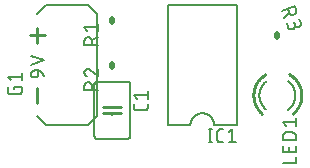
<source format=gbr>
G04 EAGLE Gerber RS-274X export*
G75*
%MOMM*%
%FSLAX34Y34*%
%LPD*%
%INSilkscreen Top*%
%IPPOS*%
%AMOC8*
5,1,8,0,0,1.08239X$1,22.5*%
G01*
%ADD10C,0.152400*%
%ADD11C,0.254000*%
%ADD12C,0.127000*%
%ADD13C,0.203200*%
%ADD14C,0.508000*%


D10*
X154940Y148590D02*
X154940Y105410D01*
X124460Y105410D02*
X124460Y148590D01*
X127000Y102870D02*
X152400Y102870D01*
X152400Y151130D02*
X127000Y151130D01*
X154940Y105410D02*
X154938Y105310D01*
X154932Y105211D01*
X154922Y105111D01*
X154909Y105013D01*
X154891Y104914D01*
X154870Y104817D01*
X154845Y104721D01*
X154816Y104625D01*
X154783Y104531D01*
X154747Y104438D01*
X154707Y104347D01*
X154663Y104257D01*
X154616Y104169D01*
X154566Y104083D01*
X154512Y103999D01*
X154455Y103917D01*
X154395Y103838D01*
X154331Y103760D01*
X154265Y103686D01*
X154196Y103614D01*
X154124Y103545D01*
X154050Y103479D01*
X153972Y103415D01*
X153893Y103355D01*
X153811Y103298D01*
X153727Y103244D01*
X153641Y103194D01*
X153553Y103147D01*
X153463Y103103D01*
X153372Y103063D01*
X153279Y103027D01*
X153185Y102994D01*
X153089Y102965D01*
X152993Y102940D01*
X152896Y102919D01*
X152797Y102901D01*
X152699Y102888D01*
X152599Y102878D01*
X152500Y102872D01*
X152400Y102870D01*
X154940Y148590D02*
X154938Y148690D01*
X154932Y148789D01*
X154922Y148889D01*
X154909Y148987D01*
X154891Y149086D01*
X154870Y149183D01*
X154845Y149279D01*
X154816Y149375D01*
X154783Y149469D01*
X154747Y149562D01*
X154707Y149653D01*
X154663Y149743D01*
X154616Y149831D01*
X154566Y149917D01*
X154512Y150001D01*
X154455Y150083D01*
X154395Y150162D01*
X154331Y150240D01*
X154265Y150314D01*
X154196Y150386D01*
X154124Y150455D01*
X154050Y150521D01*
X153972Y150585D01*
X153893Y150645D01*
X153811Y150702D01*
X153727Y150756D01*
X153641Y150806D01*
X153553Y150853D01*
X153463Y150897D01*
X153372Y150937D01*
X153279Y150973D01*
X153185Y151006D01*
X153089Y151035D01*
X152993Y151060D01*
X152896Y151081D01*
X152797Y151099D01*
X152699Y151112D01*
X152599Y151122D01*
X152500Y151128D01*
X152400Y151130D01*
X124460Y105410D02*
X124462Y105310D01*
X124468Y105211D01*
X124478Y105111D01*
X124491Y105013D01*
X124509Y104914D01*
X124530Y104817D01*
X124555Y104721D01*
X124584Y104625D01*
X124617Y104531D01*
X124653Y104438D01*
X124693Y104347D01*
X124737Y104257D01*
X124784Y104169D01*
X124834Y104083D01*
X124888Y103999D01*
X124945Y103917D01*
X125005Y103838D01*
X125069Y103760D01*
X125135Y103686D01*
X125204Y103614D01*
X125276Y103545D01*
X125350Y103479D01*
X125428Y103415D01*
X125507Y103355D01*
X125589Y103298D01*
X125673Y103244D01*
X125759Y103194D01*
X125847Y103147D01*
X125937Y103103D01*
X126028Y103063D01*
X126121Y103027D01*
X126215Y102994D01*
X126311Y102965D01*
X126407Y102940D01*
X126504Y102919D01*
X126603Y102901D01*
X126701Y102888D01*
X126801Y102878D01*
X126900Y102872D01*
X127000Y102870D01*
X124460Y148590D02*
X124462Y148690D01*
X124468Y148789D01*
X124478Y148889D01*
X124491Y148987D01*
X124509Y149086D01*
X124530Y149183D01*
X124555Y149279D01*
X124584Y149375D01*
X124617Y149469D01*
X124653Y149562D01*
X124693Y149653D01*
X124737Y149743D01*
X124784Y149831D01*
X124834Y149917D01*
X124888Y150001D01*
X124945Y150083D01*
X125005Y150162D01*
X125069Y150240D01*
X125135Y150314D01*
X125204Y150386D01*
X125276Y150455D01*
X125350Y150521D01*
X125428Y150585D01*
X125507Y150645D01*
X125589Y150702D01*
X125673Y150756D01*
X125759Y150806D01*
X125847Y150853D01*
X125937Y150897D01*
X126028Y150937D01*
X126121Y150973D01*
X126215Y151006D01*
X126311Y151035D01*
X126407Y151060D01*
X126504Y151081D01*
X126603Y151099D01*
X126701Y151112D01*
X126801Y151122D01*
X126900Y151128D01*
X127000Y151130D01*
X139700Y124460D02*
X139700Y123190D01*
D11*
X139700Y124460D02*
X147320Y124460D01*
X139700Y124460D02*
X132080Y124460D01*
X139700Y129540D02*
X147320Y129540D01*
X139700Y129540D02*
X132080Y129540D01*
D10*
X139700Y129540D02*
X139700Y130810D01*
D12*
X169545Y132043D02*
X169545Y129503D01*
X169543Y129403D01*
X169537Y129304D01*
X169527Y129204D01*
X169514Y129106D01*
X169496Y129007D01*
X169475Y128910D01*
X169450Y128814D01*
X169421Y128718D01*
X169388Y128624D01*
X169352Y128531D01*
X169312Y128440D01*
X169268Y128350D01*
X169221Y128262D01*
X169171Y128176D01*
X169117Y128092D01*
X169060Y128010D01*
X169000Y127931D01*
X168936Y127853D01*
X168870Y127779D01*
X168801Y127707D01*
X168729Y127638D01*
X168655Y127572D01*
X168577Y127508D01*
X168498Y127448D01*
X168416Y127391D01*
X168332Y127337D01*
X168246Y127287D01*
X168158Y127240D01*
X168068Y127196D01*
X167977Y127156D01*
X167884Y127120D01*
X167790Y127087D01*
X167694Y127058D01*
X167598Y127033D01*
X167501Y127012D01*
X167402Y126994D01*
X167304Y126981D01*
X167204Y126971D01*
X167105Y126965D01*
X167005Y126963D01*
X160655Y126963D01*
X160555Y126965D01*
X160456Y126971D01*
X160356Y126981D01*
X160258Y126994D01*
X160159Y127012D01*
X160062Y127033D01*
X159966Y127058D01*
X159870Y127087D01*
X159776Y127120D01*
X159683Y127156D01*
X159592Y127196D01*
X159502Y127240D01*
X159414Y127287D01*
X159328Y127337D01*
X159244Y127391D01*
X159162Y127448D01*
X159083Y127508D01*
X159005Y127572D01*
X158931Y127638D01*
X158859Y127707D01*
X158790Y127779D01*
X158724Y127853D01*
X158660Y127931D01*
X158600Y128010D01*
X158543Y128092D01*
X158489Y128176D01*
X158439Y128262D01*
X158392Y128350D01*
X158348Y128440D01*
X158308Y128531D01*
X158272Y128624D01*
X158239Y128718D01*
X158210Y128814D01*
X158185Y128910D01*
X158164Y129007D01*
X158146Y129106D01*
X158133Y129204D01*
X158123Y129304D01*
X158117Y129403D01*
X158115Y129503D01*
X158115Y132043D01*
X160655Y136525D02*
X158115Y139700D01*
X169545Y139700D01*
X169545Y136525D02*
X169545Y142875D01*
D11*
X76200Y146050D02*
X76200Y133350D01*
X76200Y184150D02*
X76200Y196850D01*
X82550Y190500D02*
X69850Y190500D01*
D10*
X76200Y208280D02*
X83820Y215900D01*
X119380Y215900D01*
X127000Y208280D01*
X127000Y121920D01*
X119380Y114300D01*
X83820Y114300D01*
X76200Y121920D01*
D13*
X76793Y157057D02*
X76793Y160613D01*
X76793Y157057D02*
X76791Y156962D01*
X76785Y156866D01*
X76776Y156771D01*
X76762Y156677D01*
X76745Y156583D01*
X76724Y156490D01*
X76699Y156397D01*
X76671Y156306D01*
X76639Y156216D01*
X76603Y156128D01*
X76564Y156041D01*
X76521Y155955D01*
X76475Y155871D01*
X76426Y155790D01*
X76373Y155710D01*
X76317Y155633D01*
X76259Y155557D01*
X76197Y155485D01*
X76132Y155415D01*
X76064Y155347D01*
X75994Y155282D01*
X75922Y155220D01*
X75846Y155162D01*
X75769Y155106D01*
X75689Y155053D01*
X75607Y155004D01*
X75524Y154958D01*
X75438Y154915D01*
X75351Y154876D01*
X75263Y154840D01*
X75173Y154808D01*
X75082Y154780D01*
X74989Y154755D01*
X74896Y154734D01*
X74802Y154717D01*
X74708Y154703D01*
X74613Y154694D01*
X74517Y154688D01*
X74422Y154686D01*
X73829Y154686D01*
X73722Y154688D01*
X73615Y154694D01*
X73509Y154703D01*
X73403Y154717D01*
X73297Y154734D01*
X73192Y154755D01*
X73088Y154780D01*
X72985Y154809D01*
X72883Y154841D01*
X72782Y154877D01*
X72683Y154917D01*
X72585Y154960D01*
X72489Y155007D01*
X72394Y155057D01*
X72301Y155110D01*
X72211Y155167D01*
X72122Y155227D01*
X72036Y155290D01*
X71952Y155356D01*
X71870Y155426D01*
X71791Y155498D01*
X71715Y155573D01*
X71641Y155651D01*
X71571Y155731D01*
X71503Y155814D01*
X71438Y155899D01*
X71377Y155986D01*
X71318Y156076D01*
X71263Y156168D01*
X71211Y156261D01*
X71163Y156357D01*
X71118Y156454D01*
X71076Y156552D01*
X71039Y156652D01*
X71004Y156754D01*
X70974Y156856D01*
X70947Y156960D01*
X70924Y157064D01*
X70905Y157170D01*
X70890Y157276D01*
X70878Y157382D01*
X70870Y157489D01*
X70866Y157596D01*
X70866Y157702D01*
X70870Y157809D01*
X70878Y157916D01*
X70890Y158022D01*
X70905Y158128D01*
X70924Y158234D01*
X70947Y158338D01*
X70974Y158442D01*
X71004Y158544D01*
X71039Y158646D01*
X71076Y158746D01*
X71118Y158844D01*
X71163Y158941D01*
X71211Y159037D01*
X71263Y159131D01*
X71318Y159222D01*
X71377Y159312D01*
X71438Y159399D01*
X71503Y159484D01*
X71571Y159567D01*
X71641Y159647D01*
X71715Y159725D01*
X71791Y159800D01*
X71870Y159872D01*
X71952Y159942D01*
X72036Y160008D01*
X72122Y160071D01*
X72211Y160131D01*
X72301Y160188D01*
X72394Y160241D01*
X72489Y160291D01*
X72585Y160338D01*
X72683Y160381D01*
X72782Y160421D01*
X72883Y160457D01*
X72985Y160489D01*
X73088Y160518D01*
X73192Y160543D01*
X73297Y160564D01*
X73403Y160581D01*
X73509Y160595D01*
X73615Y160604D01*
X73722Y160610D01*
X73829Y160612D01*
X73829Y160613D02*
X76793Y160613D01*
X76793Y160612D02*
X76928Y160610D01*
X77064Y160604D01*
X77199Y160595D01*
X77333Y160581D01*
X77468Y160564D01*
X77601Y160543D01*
X77735Y160518D01*
X77867Y160489D01*
X77998Y160456D01*
X78129Y160420D01*
X78258Y160380D01*
X78386Y160336D01*
X78513Y160289D01*
X78639Y160238D01*
X78762Y160184D01*
X78885Y160126D01*
X79005Y160064D01*
X79124Y159999D01*
X79241Y159931D01*
X79356Y159859D01*
X79469Y159785D01*
X79580Y159707D01*
X79688Y159625D01*
X79794Y159541D01*
X79898Y159454D01*
X79999Y159364D01*
X80097Y159271D01*
X80193Y159175D01*
X80286Y159077D01*
X80376Y158976D01*
X80463Y158872D01*
X80547Y158766D01*
X80629Y158658D01*
X80707Y158547D01*
X80781Y158434D01*
X80853Y158319D01*
X80921Y158202D01*
X80986Y158083D01*
X81048Y157963D01*
X81106Y157840D01*
X81160Y157717D01*
X81211Y157591D01*
X81258Y157464D01*
X81302Y157336D01*
X81342Y157207D01*
X81378Y157076D01*
X81411Y156945D01*
X81440Y156813D01*
X81465Y156679D01*
X81486Y156546D01*
X81503Y156411D01*
X81517Y156277D01*
X81526Y156142D01*
X81532Y156006D01*
X81534Y155871D01*
X81534Y169079D02*
X70866Y165523D01*
X70866Y172635D02*
X81534Y169079D01*
D12*
X56515Y146685D02*
X56515Y144780D01*
X56515Y146685D02*
X62865Y146685D01*
X62865Y142875D01*
X62863Y142775D01*
X62857Y142676D01*
X62847Y142576D01*
X62834Y142478D01*
X62816Y142379D01*
X62795Y142282D01*
X62770Y142186D01*
X62741Y142090D01*
X62708Y141996D01*
X62672Y141903D01*
X62632Y141812D01*
X62588Y141722D01*
X62541Y141634D01*
X62491Y141548D01*
X62437Y141464D01*
X62380Y141382D01*
X62320Y141303D01*
X62256Y141225D01*
X62190Y141151D01*
X62121Y141079D01*
X62049Y141010D01*
X61975Y140944D01*
X61897Y140880D01*
X61818Y140820D01*
X61736Y140763D01*
X61652Y140709D01*
X61566Y140659D01*
X61478Y140612D01*
X61388Y140568D01*
X61297Y140528D01*
X61204Y140492D01*
X61110Y140459D01*
X61014Y140430D01*
X60918Y140405D01*
X60821Y140384D01*
X60722Y140366D01*
X60624Y140353D01*
X60524Y140343D01*
X60425Y140337D01*
X60325Y140335D01*
X53975Y140335D01*
X53875Y140337D01*
X53776Y140343D01*
X53676Y140353D01*
X53578Y140366D01*
X53479Y140384D01*
X53382Y140405D01*
X53286Y140430D01*
X53190Y140459D01*
X53096Y140492D01*
X53003Y140528D01*
X52912Y140568D01*
X52822Y140612D01*
X52734Y140659D01*
X52648Y140709D01*
X52564Y140763D01*
X52482Y140820D01*
X52403Y140880D01*
X52325Y140944D01*
X52251Y141010D01*
X52179Y141079D01*
X52110Y141151D01*
X52044Y141225D01*
X51980Y141303D01*
X51920Y141382D01*
X51863Y141464D01*
X51809Y141548D01*
X51759Y141634D01*
X51712Y141722D01*
X51668Y141812D01*
X51628Y141903D01*
X51592Y141996D01*
X51559Y142090D01*
X51530Y142186D01*
X51505Y142282D01*
X51484Y142379D01*
X51466Y142478D01*
X51453Y142576D01*
X51443Y142676D01*
X51437Y142775D01*
X51435Y142875D01*
X51435Y146685D01*
X53975Y152146D02*
X51435Y155321D01*
X62865Y155321D01*
X62865Y152146D02*
X62865Y158496D01*
D10*
X186690Y114300D02*
X186690Y215900D01*
X245110Y215900D02*
X245110Y114300D01*
X245110Y215900D02*
X186690Y215900D01*
X186690Y114300D02*
X205740Y114300D01*
X226060Y114300D02*
X245110Y114300D01*
X226060Y114300D02*
X226057Y114547D01*
X226048Y114795D01*
X226033Y115042D01*
X226012Y115288D01*
X225985Y115534D01*
X225952Y115779D01*
X225913Y116024D01*
X225868Y116267D01*
X225817Y116509D01*
X225760Y116750D01*
X225698Y116989D01*
X225629Y117227D01*
X225555Y117463D01*
X225475Y117697D01*
X225390Y117929D01*
X225298Y118159D01*
X225202Y118387D01*
X225099Y118612D01*
X224992Y118835D01*
X224878Y119055D01*
X224760Y119272D01*
X224636Y119487D01*
X224507Y119698D01*
X224373Y119906D01*
X224234Y120111D01*
X224090Y120312D01*
X223942Y120510D01*
X223788Y120704D01*
X223630Y120894D01*
X223467Y121080D01*
X223300Y121262D01*
X223128Y121440D01*
X222952Y121614D01*
X222772Y121784D01*
X222587Y121949D01*
X222399Y122109D01*
X222207Y122265D01*
X222011Y122417D01*
X221812Y122563D01*
X221609Y122705D01*
X221402Y122841D01*
X221193Y122973D01*
X220980Y123099D01*
X220764Y123220D01*
X220546Y123336D01*
X220324Y123446D01*
X220100Y123551D01*
X219874Y123651D01*
X219645Y123745D01*
X219414Y123833D01*
X219180Y123916D01*
X218945Y123993D01*
X218708Y124064D01*
X218470Y124130D01*
X218230Y124189D01*
X217988Y124243D01*
X217745Y124291D01*
X217502Y124333D01*
X217257Y124369D01*
X217011Y124399D01*
X216765Y124423D01*
X216518Y124441D01*
X216271Y124453D01*
X216024Y124459D01*
X215776Y124459D01*
X215529Y124453D01*
X215282Y124441D01*
X215035Y124423D01*
X214789Y124399D01*
X214543Y124369D01*
X214298Y124333D01*
X214055Y124291D01*
X213812Y124243D01*
X213570Y124189D01*
X213330Y124130D01*
X213092Y124064D01*
X212855Y123993D01*
X212620Y123916D01*
X212386Y123833D01*
X212155Y123745D01*
X211926Y123651D01*
X211700Y123551D01*
X211476Y123446D01*
X211254Y123336D01*
X211036Y123220D01*
X210820Y123099D01*
X210607Y122973D01*
X210398Y122841D01*
X210191Y122705D01*
X209988Y122563D01*
X209789Y122417D01*
X209593Y122265D01*
X209401Y122109D01*
X209213Y121949D01*
X209028Y121784D01*
X208848Y121614D01*
X208672Y121440D01*
X208500Y121262D01*
X208333Y121080D01*
X208170Y120894D01*
X208012Y120704D01*
X207858Y120510D01*
X207710Y120312D01*
X207566Y120111D01*
X207427Y119906D01*
X207293Y119698D01*
X207164Y119487D01*
X207040Y119272D01*
X206922Y119055D01*
X206808Y118835D01*
X206701Y118612D01*
X206598Y118387D01*
X206502Y118159D01*
X206410Y117929D01*
X206325Y117697D01*
X206245Y117463D01*
X206171Y117227D01*
X206102Y116989D01*
X206040Y116750D01*
X205983Y116509D01*
X205932Y116267D01*
X205887Y116024D01*
X205848Y115779D01*
X205815Y115534D01*
X205788Y115288D01*
X205767Y115042D01*
X205752Y114795D01*
X205743Y114547D01*
X205740Y114300D01*
D12*
X222631Y111125D02*
X222631Y99695D01*
X221361Y99695D02*
X223901Y99695D01*
X223901Y111125D02*
X221361Y111125D01*
X231103Y99695D02*
X233643Y99695D01*
X231103Y99695D02*
X231003Y99697D01*
X230904Y99703D01*
X230804Y99713D01*
X230706Y99726D01*
X230607Y99744D01*
X230510Y99765D01*
X230414Y99790D01*
X230318Y99819D01*
X230224Y99852D01*
X230131Y99888D01*
X230040Y99928D01*
X229950Y99972D01*
X229862Y100019D01*
X229776Y100069D01*
X229692Y100123D01*
X229610Y100180D01*
X229531Y100240D01*
X229453Y100304D01*
X229379Y100370D01*
X229307Y100439D01*
X229238Y100511D01*
X229172Y100585D01*
X229108Y100663D01*
X229048Y100742D01*
X228991Y100824D01*
X228937Y100908D01*
X228887Y100994D01*
X228840Y101082D01*
X228796Y101172D01*
X228756Y101263D01*
X228720Y101356D01*
X228687Y101450D01*
X228658Y101546D01*
X228633Y101642D01*
X228612Y101739D01*
X228594Y101838D01*
X228581Y101936D01*
X228571Y102036D01*
X228565Y102135D01*
X228563Y102235D01*
X228563Y108585D01*
X228565Y108685D01*
X228571Y108784D01*
X228581Y108884D01*
X228594Y108982D01*
X228612Y109081D01*
X228633Y109178D01*
X228658Y109274D01*
X228687Y109370D01*
X228720Y109464D01*
X228756Y109557D01*
X228796Y109648D01*
X228840Y109738D01*
X228887Y109826D01*
X228937Y109912D01*
X228991Y109996D01*
X229048Y110078D01*
X229108Y110157D01*
X229172Y110235D01*
X229238Y110309D01*
X229307Y110381D01*
X229379Y110450D01*
X229453Y110516D01*
X229531Y110580D01*
X229610Y110640D01*
X229692Y110697D01*
X229776Y110751D01*
X229862Y110801D01*
X229950Y110848D01*
X230040Y110892D01*
X230131Y110932D01*
X230224Y110968D01*
X230318Y111001D01*
X230414Y111030D01*
X230510Y111055D01*
X230607Y111076D01*
X230706Y111094D01*
X230804Y111107D01*
X230904Y111117D01*
X231003Y111123D01*
X231103Y111125D01*
X233643Y111125D01*
X238125Y108585D02*
X241300Y111125D01*
X241300Y99695D01*
X238125Y99695D02*
X244475Y99695D01*
D10*
X288258Y127299D02*
X288558Y127518D01*
X288852Y127745D01*
X289140Y127979D01*
X289423Y128220D01*
X289700Y128467D01*
X289971Y128722D01*
X290235Y128983D01*
X290493Y129250D01*
X290744Y129523D01*
X290989Y129803D01*
X291227Y130088D01*
X291457Y130379D01*
X291681Y130676D01*
X291897Y130978D01*
X292106Y131285D01*
X292307Y131597D01*
X292501Y131914D01*
X292687Y132236D01*
X292865Y132562D01*
X293035Y132892D01*
X293197Y133226D01*
X293350Y133564D01*
X293496Y133906D01*
X293633Y134251D01*
X293761Y134600D01*
X293881Y134951D01*
X293993Y135306D01*
X294095Y135663D01*
X294190Y136022D01*
X294275Y136383D01*
X294351Y136747D01*
X294419Y137112D01*
X294477Y137479D01*
X294527Y137847D01*
X294568Y138216D01*
X294599Y138586D01*
X294622Y138957D01*
X294635Y139328D01*
X294640Y139700D01*
X294635Y140072D01*
X294622Y140443D01*
X294599Y140815D01*
X294567Y141185D01*
X294527Y141555D01*
X294477Y141923D01*
X294418Y142291D01*
X294351Y142656D01*
X294274Y143020D01*
X294188Y143382D01*
X294094Y143742D01*
X293991Y144099D01*
X293880Y144454D01*
X293759Y144806D01*
X293630Y145155D01*
X293493Y145500D01*
X293347Y145842D01*
X293193Y146181D01*
X293031Y146516D01*
X292861Y146846D01*
X292682Y147172D01*
X292496Y147494D01*
X292302Y147812D01*
X292100Y148124D01*
X291891Y148431D01*
X291674Y148733D01*
X291450Y149030D01*
X291219Y149322D01*
X290981Y149607D01*
X290735Y149887D01*
X290483Y150160D01*
X290225Y150428D01*
X289960Y150688D01*
X289689Y150943D01*
X289411Y151191D01*
X289128Y151431D01*
X288839Y151665D01*
X288544Y151892D01*
X264160Y139700D02*
X264164Y139335D01*
X264177Y138970D01*
X264199Y138606D01*
X264230Y138243D01*
X264269Y137880D01*
X264317Y137518D01*
X264374Y137158D01*
X264439Y136799D01*
X264512Y136441D01*
X264595Y136086D01*
X264685Y135733D01*
X264785Y135381D01*
X264892Y135033D01*
X265008Y134687D01*
X265132Y134344D01*
X265265Y134004D01*
X265405Y133667D01*
X265553Y133334D01*
X265710Y133004D01*
X265874Y132678D01*
X266046Y132356D01*
X266226Y132039D01*
X266413Y131726D01*
X266607Y131417D01*
X266809Y131113D01*
X267019Y130814D01*
X267235Y130520D01*
X267458Y130232D01*
X267688Y129949D01*
X267925Y129671D01*
X268168Y129399D01*
X268418Y129133D01*
X268674Y128873D01*
X268937Y128620D01*
X269205Y128372D01*
X269479Y128132D01*
X269759Y127897D01*
X270044Y127670D01*
X264160Y139700D02*
X264164Y140065D01*
X264177Y140430D01*
X264199Y140794D01*
X264230Y141157D01*
X264269Y141520D01*
X264317Y141882D01*
X264374Y142242D01*
X264439Y142601D01*
X264512Y142959D01*
X264595Y143314D01*
X264685Y143667D01*
X264785Y144019D01*
X264892Y144367D01*
X265008Y144713D01*
X265132Y145056D01*
X265265Y145396D01*
X265405Y145733D01*
X265553Y146066D01*
X265710Y146396D01*
X265874Y146722D01*
X266046Y147044D01*
X266226Y147361D01*
X266413Y147674D01*
X266607Y147983D01*
X266809Y148287D01*
X267019Y148586D01*
X267235Y148880D01*
X267458Y149168D01*
X267688Y149451D01*
X267925Y149729D01*
X268168Y150001D01*
X268418Y150267D01*
X268674Y150527D01*
X268937Y150780D01*
X269205Y151028D01*
X269479Y151268D01*
X269759Y151503D01*
X270044Y151730D01*
D11*
X299720Y139700D02*
X299714Y139206D01*
X299696Y138712D01*
X299666Y138218D01*
X299624Y137725D01*
X299570Y137234D01*
X299504Y136744D01*
X299426Y136256D01*
X299336Y135769D01*
X299235Y135285D01*
X299121Y134804D01*
X298996Y134326D01*
X298860Y133850D01*
X298712Y133379D01*
X298552Y132911D01*
X298381Y132447D01*
X298199Y131987D01*
X298006Y131532D01*
X297802Y131081D01*
X297587Y130636D01*
X297361Y130196D01*
X297124Y129762D01*
X296877Y129334D01*
X296620Y128912D01*
X296352Y128496D01*
X296074Y128087D01*
X295787Y127685D01*
X295490Y127289D01*
X295183Y126902D01*
X294867Y126521D01*
X294542Y126149D01*
X294207Y125784D01*
X293864Y125428D01*
X293513Y125081D01*
X293153Y124741D01*
X292785Y124411D01*
X292409Y124090D01*
X299720Y139700D02*
X299714Y140188D01*
X299697Y140675D01*
X299667Y141162D01*
X299626Y141649D01*
X299574Y142134D01*
X299509Y142618D01*
X299433Y143100D01*
X299346Y143580D01*
X299247Y144058D01*
X299137Y144533D01*
X299015Y145006D01*
X298882Y145475D01*
X298737Y145942D01*
X298582Y146404D01*
X298415Y146863D01*
X298238Y147318D01*
X298049Y147768D01*
X297850Y148213D01*
X297640Y148654D01*
X297420Y149090D01*
X297189Y149520D01*
X296948Y149944D01*
X296697Y150362D01*
X296436Y150775D01*
X296165Y151181D01*
X295885Y151580D01*
X295595Y151973D01*
X295295Y152358D01*
X294986Y152736D01*
X294669Y153107D01*
X294342Y153469D01*
X294007Y153824D01*
X293664Y154171D01*
X293312Y154509D01*
X292953Y154839D01*
X292585Y155160D01*
X292210Y155473D01*
X291827Y155776D01*
X291438Y156070D01*
X291041Y156354D01*
X290638Y156629D01*
X290228Y156894D01*
X289812Y157149D01*
X289390Y157394D01*
X288962Y157629D01*
X259080Y139700D02*
X259086Y139210D01*
X259104Y138720D01*
X259133Y138231D01*
X259175Y137742D01*
X259228Y137255D01*
X259292Y136769D01*
X259369Y136285D01*
X259457Y135803D01*
X259557Y135323D01*
X259668Y134845D01*
X259791Y134371D01*
X259926Y133899D01*
X260071Y133431D01*
X260228Y132967D01*
X260396Y132506D01*
X260575Y132050D01*
X260765Y131598D01*
X260966Y131151D01*
X261178Y130709D01*
X261400Y130272D01*
X261632Y129840D01*
X261875Y129414D01*
X262129Y128995D01*
X262392Y128581D01*
X262665Y128174D01*
X262948Y127774D01*
X263241Y127380D01*
X263542Y126994D01*
X263854Y126615D01*
X264174Y126244D01*
X264503Y125881D01*
X264840Y125525D01*
X265187Y125178D01*
X265541Y124840D01*
X265904Y124510D01*
X266274Y124188D01*
X259080Y139700D02*
X259086Y140197D01*
X259104Y140694D01*
X259135Y141190D01*
X259177Y141685D01*
X259232Y142179D01*
X259298Y142672D01*
X259377Y143162D01*
X259468Y143651D01*
X259570Y144137D01*
X259685Y144621D01*
X259811Y145101D01*
X259949Y145579D01*
X260098Y146053D01*
X260259Y146523D01*
X260432Y146989D01*
X260616Y147451D01*
X260811Y147908D01*
X261017Y148360D01*
X261234Y148807D01*
X261463Y149248D01*
X261701Y149684D01*
X261951Y150114D01*
X262211Y150537D01*
X262481Y150955D01*
X262761Y151365D01*
X263051Y151768D01*
X263351Y152165D01*
X263661Y152553D01*
X263980Y152934D01*
X264308Y153307D01*
X264645Y153672D01*
X264991Y154029D01*
X265346Y154377D01*
X265709Y154716D01*
X266080Y155047D01*
X266460Y155368D01*
X266847Y155680D01*
X267241Y155982D01*
X267643Y156274D01*
X268052Y156557D01*
X268467Y156829D01*
X268890Y157092D01*
X269318Y157343D01*
D12*
X283845Y82067D02*
X295275Y82067D01*
X295275Y87147D01*
X295275Y91973D02*
X295275Y97053D01*
X295275Y91973D02*
X283845Y91973D01*
X283845Y97053D01*
X288925Y95783D02*
X288925Y91973D01*
X283845Y101854D02*
X295275Y101854D01*
X283845Y101854D02*
X283845Y105029D01*
X283847Y105140D01*
X283853Y105250D01*
X283862Y105361D01*
X283876Y105471D01*
X283893Y105580D01*
X283914Y105689D01*
X283939Y105797D01*
X283968Y105904D01*
X284000Y106010D01*
X284036Y106115D01*
X284076Y106218D01*
X284119Y106320D01*
X284166Y106421D01*
X284217Y106520D01*
X284270Y106617D01*
X284327Y106711D01*
X284388Y106804D01*
X284451Y106895D01*
X284518Y106984D01*
X284588Y107070D01*
X284661Y107153D01*
X284736Y107235D01*
X284814Y107313D01*
X284896Y107388D01*
X284979Y107461D01*
X285065Y107531D01*
X285154Y107598D01*
X285245Y107661D01*
X285338Y107722D01*
X285433Y107779D01*
X285529Y107832D01*
X285628Y107883D01*
X285729Y107930D01*
X285831Y107973D01*
X285934Y108013D01*
X286039Y108049D01*
X286145Y108081D01*
X286252Y108110D01*
X286360Y108135D01*
X286469Y108156D01*
X286578Y108173D01*
X286688Y108187D01*
X286799Y108196D01*
X286909Y108202D01*
X287020Y108204D01*
X292100Y108204D01*
X292211Y108202D01*
X292321Y108196D01*
X292432Y108187D01*
X292542Y108173D01*
X292651Y108156D01*
X292760Y108135D01*
X292868Y108110D01*
X292975Y108081D01*
X293081Y108049D01*
X293186Y108013D01*
X293289Y107973D01*
X293391Y107930D01*
X293492Y107883D01*
X293591Y107832D01*
X293688Y107779D01*
X293782Y107722D01*
X293875Y107661D01*
X293966Y107598D01*
X294055Y107531D01*
X294141Y107461D01*
X294224Y107388D01*
X294306Y107313D01*
X294384Y107235D01*
X294459Y107153D01*
X294532Y107070D01*
X294602Y106984D01*
X294669Y106895D01*
X294732Y106804D01*
X294793Y106711D01*
X294850Y106617D01*
X294903Y106520D01*
X294954Y106421D01*
X295001Y106320D01*
X295044Y106218D01*
X295084Y106115D01*
X295120Y106010D01*
X295152Y105904D01*
X295181Y105797D01*
X295206Y105689D01*
X295227Y105580D01*
X295244Y105471D01*
X295258Y105361D01*
X295267Y105250D01*
X295273Y105140D01*
X295275Y105029D01*
X295275Y101854D01*
X286385Y113665D02*
X283845Y116840D01*
X295275Y116840D01*
X295275Y113665D02*
X295275Y120015D01*
D14*
X139700Y201930D02*
X139700Y204470D01*
D12*
X127381Y182499D02*
X115951Y182499D01*
X115951Y185674D01*
X115953Y185785D01*
X115959Y185895D01*
X115968Y186006D01*
X115982Y186116D01*
X115999Y186225D01*
X116020Y186334D01*
X116045Y186442D01*
X116074Y186549D01*
X116106Y186655D01*
X116142Y186760D01*
X116182Y186863D01*
X116225Y186965D01*
X116272Y187066D01*
X116323Y187165D01*
X116376Y187262D01*
X116433Y187356D01*
X116494Y187449D01*
X116557Y187540D01*
X116624Y187629D01*
X116694Y187715D01*
X116767Y187798D01*
X116842Y187880D01*
X116920Y187958D01*
X117002Y188033D01*
X117085Y188106D01*
X117171Y188176D01*
X117260Y188243D01*
X117351Y188306D01*
X117444Y188367D01*
X117539Y188424D01*
X117635Y188477D01*
X117734Y188528D01*
X117835Y188575D01*
X117937Y188618D01*
X118040Y188658D01*
X118145Y188694D01*
X118251Y188726D01*
X118358Y188755D01*
X118466Y188780D01*
X118575Y188801D01*
X118684Y188818D01*
X118794Y188832D01*
X118905Y188841D01*
X119015Y188847D01*
X119126Y188849D01*
X119237Y188847D01*
X119347Y188841D01*
X119458Y188832D01*
X119568Y188818D01*
X119677Y188801D01*
X119786Y188780D01*
X119894Y188755D01*
X120001Y188726D01*
X120107Y188694D01*
X120212Y188658D01*
X120315Y188618D01*
X120417Y188575D01*
X120518Y188528D01*
X120617Y188477D01*
X120714Y188424D01*
X120808Y188367D01*
X120901Y188306D01*
X120992Y188243D01*
X121081Y188176D01*
X121167Y188106D01*
X121250Y188033D01*
X121332Y187958D01*
X121410Y187880D01*
X121485Y187798D01*
X121558Y187715D01*
X121628Y187629D01*
X121695Y187540D01*
X121758Y187449D01*
X121819Y187356D01*
X121876Y187262D01*
X121929Y187165D01*
X121980Y187066D01*
X122027Y186965D01*
X122070Y186863D01*
X122110Y186760D01*
X122146Y186655D01*
X122178Y186549D01*
X122207Y186442D01*
X122232Y186334D01*
X122253Y186225D01*
X122270Y186116D01*
X122284Y186006D01*
X122293Y185895D01*
X122299Y185785D01*
X122301Y185674D01*
X122301Y182499D01*
X122301Y186309D02*
X127381Y188849D01*
X118491Y193846D02*
X115951Y197021D01*
X127381Y197021D01*
X127381Y193846D02*
X127381Y200196D01*
D14*
X139700Y166370D02*
X139700Y163830D01*
D12*
X127381Y144399D02*
X115951Y144399D01*
X115951Y147574D01*
X115953Y147685D01*
X115959Y147795D01*
X115968Y147906D01*
X115982Y148016D01*
X115999Y148125D01*
X116020Y148234D01*
X116045Y148342D01*
X116074Y148449D01*
X116106Y148555D01*
X116142Y148660D01*
X116182Y148763D01*
X116225Y148865D01*
X116272Y148966D01*
X116323Y149065D01*
X116376Y149162D01*
X116433Y149256D01*
X116494Y149349D01*
X116557Y149440D01*
X116624Y149529D01*
X116694Y149615D01*
X116767Y149698D01*
X116842Y149780D01*
X116920Y149858D01*
X117002Y149933D01*
X117085Y150006D01*
X117171Y150076D01*
X117260Y150143D01*
X117351Y150206D01*
X117444Y150267D01*
X117539Y150324D01*
X117635Y150377D01*
X117734Y150428D01*
X117835Y150475D01*
X117937Y150518D01*
X118040Y150558D01*
X118145Y150594D01*
X118251Y150626D01*
X118358Y150655D01*
X118466Y150680D01*
X118575Y150701D01*
X118684Y150718D01*
X118794Y150732D01*
X118905Y150741D01*
X119015Y150747D01*
X119126Y150749D01*
X119237Y150747D01*
X119347Y150741D01*
X119458Y150732D01*
X119568Y150718D01*
X119677Y150701D01*
X119786Y150680D01*
X119894Y150655D01*
X120001Y150626D01*
X120107Y150594D01*
X120212Y150558D01*
X120315Y150518D01*
X120417Y150475D01*
X120518Y150428D01*
X120617Y150377D01*
X120714Y150324D01*
X120808Y150267D01*
X120901Y150206D01*
X120992Y150143D01*
X121081Y150076D01*
X121167Y150006D01*
X121250Y149933D01*
X121332Y149858D01*
X121410Y149780D01*
X121485Y149698D01*
X121558Y149615D01*
X121628Y149529D01*
X121695Y149440D01*
X121758Y149349D01*
X121819Y149256D01*
X121876Y149162D01*
X121929Y149065D01*
X121980Y148966D01*
X122027Y148865D01*
X122070Y148763D01*
X122110Y148660D01*
X122146Y148555D01*
X122178Y148449D01*
X122207Y148342D01*
X122232Y148234D01*
X122253Y148125D01*
X122270Y148016D01*
X122284Y147906D01*
X122293Y147795D01*
X122299Y147685D01*
X122301Y147574D01*
X122301Y144399D01*
X122301Y148209D02*
X127381Y150749D01*
X118809Y162097D02*
X118705Y162095D01*
X118600Y162089D01*
X118496Y162080D01*
X118393Y162067D01*
X118290Y162049D01*
X118188Y162029D01*
X118086Y162004D01*
X117986Y161976D01*
X117886Y161944D01*
X117788Y161908D01*
X117691Y161869D01*
X117596Y161827D01*
X117502Y161781D01*
X117410Y161731D01*
X117320Y161679D01*
X117232Y161623D01*
X117146Y161563D01*
X117062Y161501D01*
X116981Y161436D01*
X116902Y161368D01*
X116825Y161296D01*
X116752Y161223D01*
X116680Y161146D01*
X116612Y161067D01*
X116547Y160986D01*
X116485Y160902D01*
X116425Y160816D01*
X116369Y160728D01*
X116317Y160638D01*
X116267Y160546D01*
X116221Y160452D01*
X116179Y160357D01*
X116140Y160260D01*
X116104Y160162D01*
X116072Y160062D01*
X116044Y159962D01*
X116019Y159860D01*
X115999Y159758D01*
X115981Y159655D01*
X115968Y159552D01*
X115959Y159448D01*
X115953Y159343D01*
X115951Y159239D01*
X115953Y159121D01*
X115959Y159002D01*
X115968Y158884D01*
X115981Y158767D01*
X115999Y158650D01*
X116019Y158533D01*
X116044Y158417D01*
X116072Y158302D01*
X116105Y158189D01*
X116140Y158076D01*
X116180Y157964D01*
X116222Y157854D01*
X116269Y157745D01*
X116319Y157637D01*
X116372Y157532D01*
X116429Y157428D01*
X116489Y157326D01*
X116552Y157226D01*
X116619Y157128D01*
X116688Y157032D01*
X116761Y156939D01*
X116837Y156848D01*
X116915Y156759D01*
X116997Y156673D01*
X117081Y156590D01*
X117167Y156509D01*
X117257Y156432D01*
X117348Y156357D01*
X117442Y156285D01*
X117539Y156216D01*
X117637Y156151D01*
X117738Y156088D01*
X117841Y156029D01*
X117945Y155973D01*
X118051Y155921D01*
X118159Y155872D01*
X118268Y155827D01*
X118379Y155785D01*
X118491Y155747D01*
X121031Y161144D02*
X120956Y161220D01*
X120877Y161295D01*
X120796Y161366D01*
X120712Y161435D01*
X120626Y161500D01*
X120538Y161562D01*
X120448Y161622D01*
X120356Y161678D01*
X120261Y161731D01*
X120165Y161780D01*
X120067Y161826D01*
X119968Y161869D01*
X119867Y161908D01*
X119765Y161943D01*
X119662Y161975D01*
X119558Y162003D01*
X119453Y162028D01*
X119346Y162049D01*
X119240Y162066D01*
X119133Y162079D01*
X119025Y162088D01*
X118917Y162094D01*
X118809Y162096D01*
X121031Y161144D02*
X127381Y155746D01*
X127381Y162096D01*
D14*
X279382Y189230D02*
X279418Y191770D01*
D12*
X283249Y211233D02*
X293996Y215124D01*
X295077Y212139D01*
X295076Y212139D02*
X295112Y212034D01*
X295145Y211928D01*
X295173Y211821D01*
X295198Y211713D01*
X295219Y211604D01*
X295236Y211494D01*
X295249Y211384D01*
X295259Y211274D01*
X295264Y211163D01*
X295266Y211052D01*
X295264Y210942D01*
X295258Y210831D01*
X295248Y210721D01*
X295234Y210611D01*
X295217Y210501D01*
X295195Y210392D01*
X295170Y210285D01*
X295141Y210178D01*
X295109Y210072D01*
X295073Y209967D01*
X295033Y209863D01*
X294989Y209762D01*
X294942Y209661D01*
X294892Y209563D01*
X294838Y209466D01*
X294781Y209371D01*
X294720Y209278D01*
X294656Y209187D01*
X294590Y209099D01*
X294520Y209013D01*
X294447Y208929D01*
X294371Y208848D01*
X294293Y208770D01*
X294211Y208695D01*
X294128Y208622D01*
X294041Y208553D01*
X293953Y208486D01*
X293862Y208423D01*
X293769Y208363D01*
X293674Y208306D01*
X293577Y208252D01*
X293478Y208202D01*
X293377Y208155D01*
X293275Y208112D01*
X293172Y208073D01*
X293067Y208037D01*
X292961Y208004D01*
X292854Y207976D01*
X292746Y207951D01*
X292637Y207930D01*
X292527Y207913D01*
X292417Y207900D01*
X292307Y207890D01*
X292196Y207885D01*
X292085Y207883D01*
X291975Y207885D01*
X291864Y207891D01*
X291754Y207901D01*
X291644Y207915D01*
X291534Y207932D01*
X291425Y207954D01*
X291318Y207979D01*
X291211Y208008D01*
X291105Y208040D01*
X291000Y208076D01*
X290896Y208116D01*
X290795Y208160D01*
X290694Y208207D01*
X290596Y208257D01*
X290499Y208311D01*
X290404Y208368D01*
X290311Y208429D01*
X290220Y208493D01*
X290132Y208559D01*
X290046Y208629D01*
X289962Y208702D01*
X289881Y208778D01*
X289803Y208856D01*
X289728Y208938D01*
X289655Y209021D01*
X289586Y209108D01*
X289519Y209196D01*
X289456Y209287D01*
X289396Y209380D01*
X289339Y209475D01*
X289285Y209572D01*
X289235Y209671D01*
X289188Y209772D01*
X289145Y209874D01*
X289106Y209977D01*
X288025Y212963D01*
X289322Y209380D02*
X285410Y205263D01*
X287111Y200564D02*
X288192Y197578D01*
X288231Y197475D01*
X288274Y197373D01*
X288321Y197272D01*
X288371Y197173D01*
X288425Y197076D01*
X288482Y196981D01*
X288542Y196888D01*
X288605Y196797D01*
X288672Y196709D01*
X288741Y196622D01*
X288814Y196539D01*
X288889Y196457D01*
X288967Y196379D01*
X289048Y196303D01*
X289132Y196230D01*
X289218Y196160D01*
X289306Y196094D01*
X289397Y196030D01*
X289490Y195969D01*
X289585Y195912D01*
X289682Y195858D01*
X289780Y195808D01*
X289881Y195761D01*
X289982Y195717D01*
X290086Y195677D01*
X290191Y195641D01*
X290297Y195609D01*
X290404Y195580D01*
X290511Y195555D01*
X290620Y195533D01*
X290730Y195516D01*
X290840Y195502D01*
X290950Y195492D01*
X291061Y195486D01*
X291171Y195484D01*
X291282Y195486D01*
X291393Y195491D01*
X291503Y195501D01*
X291613Y195514D01*
X291723Y195531D01*
X291832Y195552D01*
X291940Y195577D01*
X292047Y195605D01*
X292153Y195638D01*
X292258Y195674D01*
X292361Y195713D01*
X292463Y195756D01*
X292564Y195803D01*
X292663Y195853D01*
X292760Y195907D01*
X292855Y195964D01*
X292948Y196024D01*
X293039Y196087D01*
X293127Y196154D01*
X293214Y196223D01*
X293297Y196296D01*
X293379Y196371D01*
X293457Y196449D01*
X293533Y196530D01*
X293606Y196614D01*
X293676Y196700D01*
X293742Y196788D01*
X293806Y196879D01*
X293867Y196972D01*
X293924Y197067D01*
X293978Y197164D01*
X294028Y197262D01*
X294075Y197363D01*
X294119Y197464D01*
X294159Y197568D01*
X294195Y197673D01*
X294227Y197779D01*
X294256Y197886D01*
X294281Y197993D01*
X294303Y198102D01*
X294320Y198212D01*
X294334Y198322D01*
X294344Y198432D01*
X294350Y198543D01*
X294352Y198653D01*
X294350Y198764D01*
X294345Y198875D01*
X294335Y198985D01*
X294322Y199095D01*
X294305Y199205D01*
X294284Y199314D01*
X294259Y199422D01*
X294231Y199529D01*
X294198Y199635D01*
X294162Y199740D01*
X299155Y200872D02*
X297858Y204454D01*
X299155Y200872D02*
X299187Y200777D01*
X299216Y200682D01*
X299240Y200585D01*
X299261Y200487D01*
X299278Y200389D01*
X299291Y200290D01*
X299300Y200191D01*
X299306Y200091D01*
X299307Y199991D01*
X299304Y199892D01*
X299298Y199792D01*
X299288Y199693D01*
X299273Y199594D01*
X299255Y199496D01*
X299233Y199399D01*
X299207Y199303D01*
X299178Y199207D01*
X299145Y199113D01*
X299108Y199021D01*
X299067Y198930D01*
X299023Y198840D01*
X298976Y198752D01*
X298925Y198667D01*
X298870Y198583D01*
X298813Y198501D01*
X298752Y198422D01*
X298688Y198346D01*
X298622Y198271D01*
X298552Y198200D01*
X298480Y198131D01*
X298405Y198066D01*
X298327Y198003D01*
X298247Y197943D01*
X298165Y197886D01*
X298081Y197833D01*
X297995Y197783D01*
X297906Y197737D01*
X297816Y197694D01*
X297725Y197654D01*
X297632Y197619D01*
X297537Y197587D01*
X297442Y197558D01*
X297345Y197534D01*
X297247Y197513D01*
X297149Y197496D01*
X297050Y197483D01*
X296951Y197474D01*
X296851Y197468D01*
X296751Y197467D01*
X296652Y197470D01*
X296552Y197476D01*
X296453Y197486D01*
X296354Y197501D01*
X296256Y197519D01*
X296159Y197541D01*
X296063Y197567D01*
X295967Y197596D01*
X295873Y197629D01*
X295781Y197666D01*
X295690Y197707D01*
X295600Y197751D01*
X295512Y197798D01*
X295427Y197849D01*
X295343Y197904D01*
X295262Y197961D01*
X295182Y198022D01*
X295106Y198086D01*
X295031Y198152D01*
X294960Y198222D01*
X294891Y198294D01*
X294826Y198369D01*
X294763Y198447D01*
X294703Y198527D01*
X294646Y198609D01*
X294593Y198693D01*
X294543Y198779D01*
X294497Y198868D01*
X294454Y198958D01*
X294414Y199049D01*
X294379Y199142D01*
X294379Y199143D02*
X293514Y201531D01*
M02*

</source>
